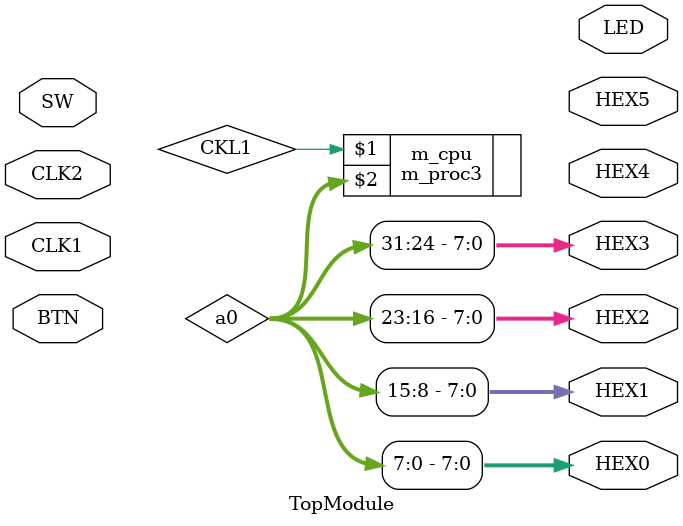
<source format=v>
module TopModule(
	//////////// CLOCK //////////
	input 		          		CLK1,
	input 		          		CLK2,
	//////////// SEG7 //////////
	output		     [7:0]		HEX0,
	output		     [7:0]		HEX1,
	output		     [7:0]		HEX2,
	output		     [7:0]		HEX3,
	output		     [7:0]		HEX4,
	output		     [7:0]		HEX5,
	//////////// Push Button //////////
	input 		     [1:0]		BTN,
	//////////// LED //////////
	output		     [9:0]		LED,
	//////////// SW //////////
	input 		     [9:0]		SW

	);

    wire [31:0] a0;
	m_proc3 m_cpu(CKL1, a0);
    assign HEX0=a0[7:0];
    assign HEX1=a0[15:8];
    assign HEX2=a0[23:16];
    assign HEX3=a0[31:24];
	
endmodule


</source>
